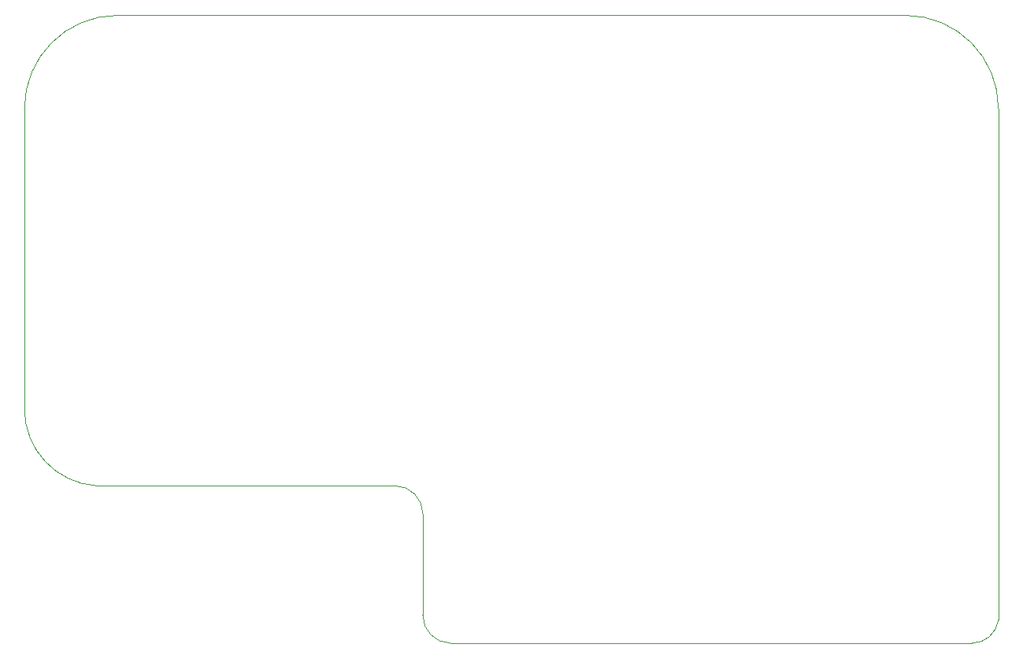
<source format=gm1>
G04 #@! TF.GenerationSoftware,KiCad,Pcbnew,(5.0.0)*
G04 #@! TF.CreationDate,2019-01-27T01:54:26-03:30*
G04 #@! TF.ProjectId,Tooling Board,546F6F6C696E6720426F6172642E6B69,rev?*
G04 #@! TF.SameCoordinates,Original*
G04 #@! TF.FileFunction,Profile,NP*
%FSLAX46Y46*%
G04 Gerber Fmt 4.6, Leading zero omitted, Abs format (unit mm)*
G04 Created by KiCad (PCBNEW (5.0.0)) date 01/27/19 01:54:26*
%MOMM*%
%LPD*%
G01*
G04 APERTURE LIST*
%ADD10C,0.020000*%
G04 APERTURE END LIST*
D10*
X204712851Y-97500000D02*
X204712851Y-42564071D01*
X204712850Y-97500000D02*
G75*
G02X201857009Y-100000000I-2855841J381166D01*
G01*
X145829798Y-100000000D02*
X201857009Y-100000000D01*
X100000000Y-42564071D02*
X100000000Y-74832623D01*
X194712851Y-32564071D02*
X110000000Y-32564071D01*
X100000000Y-42564071D02*
G75*
G02X110000000Y-32564071I10000000J0D01*
G01*
X194712851Y-32564071D02*
G75*
G02X204712851Y-42564071I0J-10000000D01*
G01*
X145829798Y-100000000D02*
G75*
G02X142829798Y-97000000I0J3000000D01*
G01*
X142829798Y-86092482D02*
X142829798Y-97000000D01*
X107773151Y-83092482D02*
G75*
G02X100000000Y-74832623I501945J8259859D01*
G01*
X139829798Y-83092482D02*
G75*
G02X142829798Y-86092482I0J-3000000D01*
G01*
X107773151Y-83092482D02*
X139829798Y-83092482D01*
M02*

</source>
